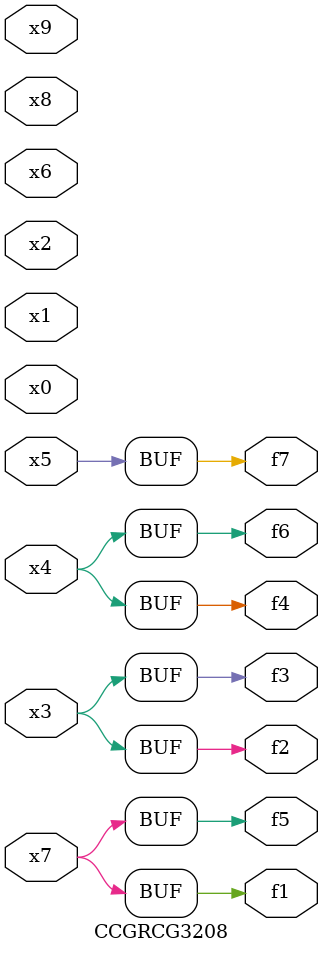
<source format=v>
module CCGRCG3208(
	input x0, x1, x2, x3, x4, x5, x6, x7, x8, x9,
	output f1, f2, f3, f4, f5, f6, f7
);
	assign f1 = x7;
	assign f2 = x3;
	assign f3 = x3;
	assign f4 = x4;
	assign f5 = x7;
	assign f6 = x4;
	assign f7 = x5;
endmodule

</source>
